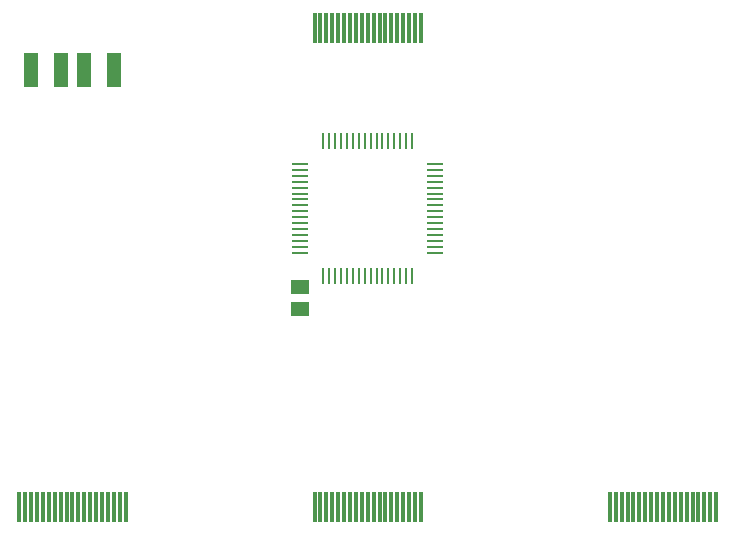
<source format=gbr>
G04 EAGLE Gerber RS-274X export*
G75*
%MOMM*%
%FSLAX34Y34*%
%LPD*%
%INSolderpaste Top*%
%IPPOS*%
%AMOC8*
5,1,8,0,0,1.08239X$1,22.5*%
G01*
%ADD10R,0.300000X2.600000*%
%ADD11R,1.473200X0.279400*%
%ADD12R,0.279400X1.473200*%
%ADD13R,1.300000X3.000000*%
%ADD14R,1.500000X1.300000*%


D10*
X605000Y97200D03*
X695000Y97200D03*
X650000Y97200D03*
X675000Y97200D03*
X625000Y97200D03*
X615000Y97200D03*
X610000Y97200D03*
X620000Y97200D03*
X630000Y97200D03*
X635000Y97200D03*
X640000Y97200D03*
X645000Y97200D03*
X655000Y97200D03*
X660000Y97200D03*
X665000Y97200D03*
X670000Y97200D03*
X680000Y97200D03*
X685000Y97200D03*
X690000Y97200D03*
X445000Y502800D03*
X355000Y502800D03*
X400000Y502800D03*
X375000Y502800D03*
X425000Y502800D03*
X435000Y502800D03*
X440000Y502800D03*
X430000Y502800D03*
X420000Y502800D03*
X415000Y502800D03*
X410000Y502800D03*
X405000Y502800D03*
X395000Y502800D03*
X390000Y502800D03*
X385000Y502800D03*
X380000Y502800D03*
X370000Y502800D03*
X365000Y502800D03*
X360000Y502800D03*
X105000Y97200D03*
X195000Y97200D03*
X150000Y97200D03*
X175000Y97200D03*
X125000Y97200D03*
X115000Y97200D03*
X110000Y97200D03*
X120000Y97200D03*
X130000Y97200D03*
X135000Y97200D03*
X140000Y97200D03*
X145000Y97200D03*
X155000Y97200D03*
X160000Y97200D03*
X165000Y97200D03*
X170000Y97200D03*
X180000Y97200D03*
X185000Y97200D03*
X190000Y97200D03*
X355000Y97200D03*
X445000Y97200D03*
X400000Y97200D03*
X425000Y97200D03*
X375000Y97200D03*
X365000Y97200D03*
X360000Y97200D03*
X370000Y97200D03*
X380000Y97200D03*
X385000Y97200D03*
X390000Y97200D03*
X395000Y97200D03*
X405000Y97200D03*
X410000Y97200D03*
X415000Y97200D03*
X420000Y97200D03*
X430000Y97200D03*
X435000Y97200D03*
X440000Y97200D03*
D11*
X342850Y387592D03*
X342850Y382512D03*
X342850Y377432D03*
X342850Y372606D03*
X342850Y367526D03*
X342850Y362446D03*
X342850Y357620D03*
X342850Y352540D03*
X342850Y347460D03*
X342850Y342380D03*
X342850Y337554D03*
X342850Y332474D03*
X342850Y327394D03*
X342850Y322568D03*
X342850Y317488D03*
X342850Y312408D03*
D12*
X362408Y292850D03*
X367488Y292850D03*
X372568Y292850D03*
X377394Y292850D03*
X382474Y292850D03*
X387554Y292850D03*
X392380Y292850D03*
X397460Y292850D03*
X402540Y292850D03*
X407620Y292850D03*
X412446Y292850D03*
X417526Y292850D03*
X422606Y292850D03*
X427432Y292850D03*
X432512Y292850D03*
X437592Y292850D03*
D11*
X457150Y312408D03*
X457150Y317488D03*
X457150Y322568D03*
X457150Y327394D03*
X457150Y332474D03*
X457150Y337554D03*
X457150Y342380D03*
X457150Y347460D03*
X457150Y352540D03*
X457150Y357620D03*
X457150Y362446D03*
X457150Y367526D03*
X457150Y372606D03*
X457150Y377432D03*
X457150Y382512D03*
X457150Y387592D03*
D12*
X437592Y407150D03*
X432512Y407150D03*
X427432Y407150D03*
X422606Y407150D03*
X417526Y407150D03*
X412446Y407150D03*
X407620Y407150D03*
X402540Y407150D03*
X397460Y407150D03*
X392380Y407150D03*
X387554Y407150D03*
X382474Y407150D03*
X377394Y407150D03*
X372568Y407150D03*
X367488Y407150D03*
X362408Y407150D03*
D13*
X185000Y467200D03*
X160000Y467200D03*
X140000Y467200D03*
X115000Y467200D03*
D14*
X343000Y283500D03*
X343000Y264500D03*
M02*

</source>
